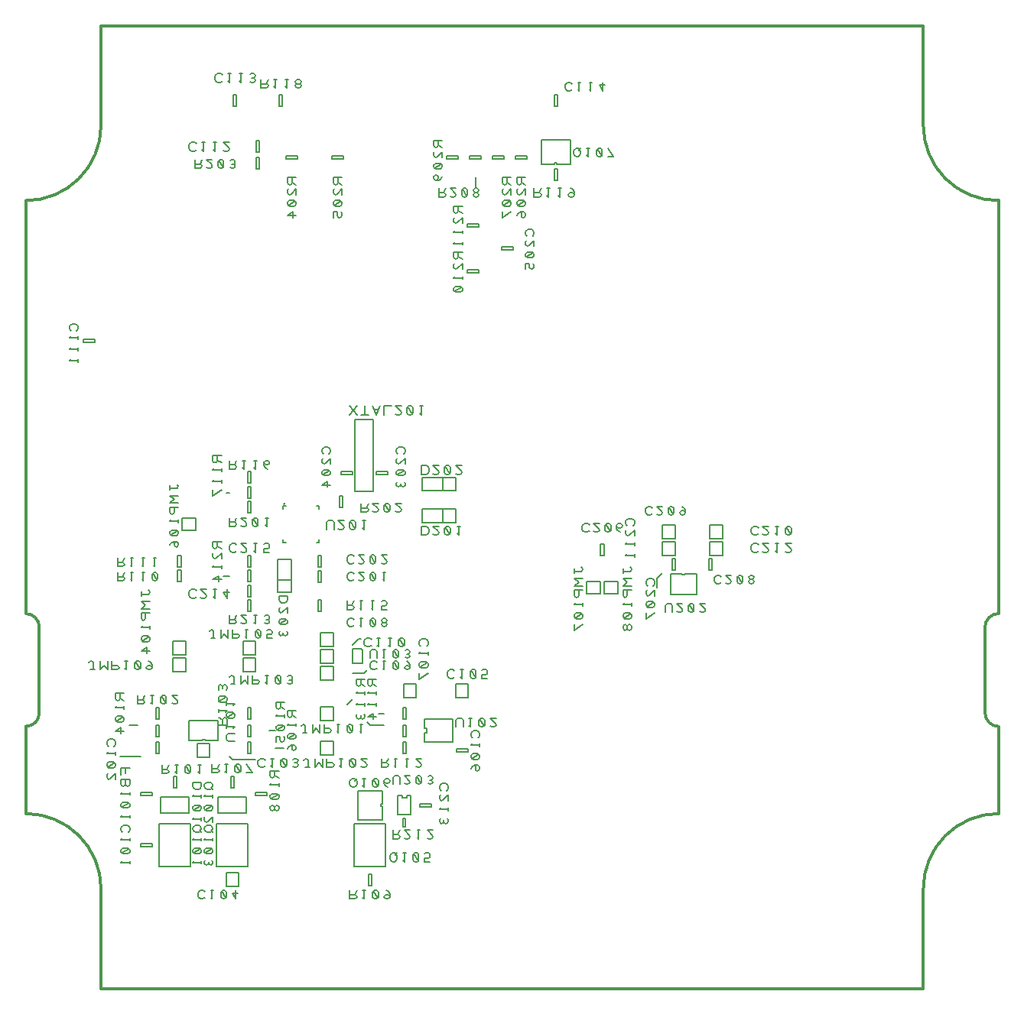
<source format=gbr>
G04 EasyPC Gerber Version 21.0.3 Build 4286 *
G04 #@! TF.Part,Single*
G04 #@! TF.FileFunction,Legend,Bot *
G04 #@! TF.FilePolarity,Positive *
%FSLAX35Y35*%
%MOIN*%
%ADD13C,0.00500*%
%ADD10C,0.01200*%
X0Y0D02*
D02*
D10*
X418710Y123434D02*
Y160835D01*
G75*
G02X424616Y166741I5906*
G01*
Y346899*
G75*
G02X391820Y379694J32795*
G01*
Y423198*
X33395*
X33395Y379694*
G75*
G02X600Y346898I-32795*
G01*
Y166741*
G75*
G02X6506Y160836J-5906*
G01*
Y123434*
G75*
G02X600Y117529I-5906*
G01*
Y79497*
G75*
G02X33395Y46702J-32795*
G01*
Y3198*
X391820*
Y46702*
G75*
G02X424616Y79497I32795*
G01*
Y117529*
G75*
G02X418710Y123434J5905*
G01*
D02*
D13*
X22787Y290073D02*
X23100Y290385D01*
X23413Y291011*
Y291948*
X23100Y292573*
X22787Y292885*
X22163Y293198*
X20913*
X20287Y292885*
X19975Y292573*
X19663Y291948*
Y291011*
X19975Y290385*
X20287Y290073*
X23413Y287573D02*
Y286323D01*
Y286948D02*
X19663D01*
X20287Y287573*
X23413Y282573D02*
Y281323D01*
Y281948D02*
X19663D01*
X20287Y282573*
X23413Y277573D02*
Y276323D01*
Y276948D02*
X19663D01*
X20287Y277573*
X28100Y145385D02*
X28413Y145698D01*
X29037Y146011*
X29663Y145698*
X29975Y145385*
Y142261*
X30600*
X29975D02*
X28725D01*
X33100Y146011D02*
Y142261D01*
X34663Y144135*
X36225Y142261*
Y146011*
X38100D02*
Y142261D01*
X40287*
X40913Y142573*
X41225Y143198*
X40913Y143823*
X40287Y144135*
X38100*
X43725Y146011D02*
X44975D01*
X44350D02*
Y142261D01*
X43725Y142885*
X48413Y145698D02*
X49037Y146011D01*
X49663*
X50287Y145698*
X50600Y145073*
Y143198*
X50287Y142573*
X49663Y142261*
X49037*
X48413Y142573*
X48100Y143198*
Y145073*
X48413Y145698*
X50287Y142573*
X54037Y146011D02*
X54663Y145698D01*
X55287Y145073*
X55600Y144135*
Y143198*
X55287Y142573*
X54663Y142261*
X54037*
X53413Y142573*
X53100Y143198*
X53413Y143823*
X54037Y144135*
X54663*
X55287Y143823*
X55600Y143198*
X30600Y286398D02*
Y284998D01*
X25600*
Y286398*
X30600*
X39037Y108823D02*
X39350Y109135D01*
X39663Y109761*
Y110698*
X39350Y111323*
X39037Y111635*
X38413Y111948*
X37163*
X36537Y111635*
X36225Y111323*
X35913Y110698*
Y109761*
X36225Y109135*
X36537Y108823*
X39663Y106323D02*
Y105073D01*
Y105698D02*
X35913D01*
X36537Y106323*
X39350Y101635D02*
X39663Y101011D01*
Y100385*
X39350Y99761*
X38725Y99448*
X36850*
X36225Y99761*
X35913Y100385*
Y101011*
X36225Y101635*
X36850Y101948*
X38725*
X39350Y101635*
X36225Y99761*
X39663Y94448D02*
Y96948D01*
X37475Y94761*
X36850Y94448*
X36225Y94761*
X35913Y95385*
Y96323*
X36225Y96948*
X40600Y184761D02*
Y181011D01*
X42787*
X43413Y181323*
X43725Y181948*
X43413Y182573*
X42787Y182885*
X40600*
X42787D02*
X43725Y184761D01*
X46225D02*
X47475D01*
X46850D02*
Y181011D01*
X46225Y181635*
X51225Y184761D02*
X52475D01*
X51850D02*
Y181011D01*
X51225Y181635*
X55913Y184448D02*
X56537Y184761D01*
X57163*
X57787Y184448*
X58100Y183823*
Y181948*
X57787Y181323*
X57163Y181011*
X56537*
X55913Y181323*
X55600Y181948*
Y183823*
X55913Y184448*
X57787Y181323*
X40600Y191011D02*
Y187261D01*
X42787*
X43413Y187573*
X43725Y188198*
X43413Y188823*
X42787Y189135*
X40600*
X42787D02*
X43725Y191011D01*
X46225D02*
X47475D01*
X46850D02*
Y187261D01*
X46225Y187885*
X51225Y191011D02*
X52475D01*
X51850D02*
Y187261D01*
X51225Y187885*
X56225Y191011D02*
X57475D01*
X56850D02*
Y187261D01*
X56225Y187885*
X41850Y104448D02*
X50600D01*
X43413Y131948D02*
X39663D01*
Y129761*
X39975Y129135*
X40600Y128823*
X41225Y129135*
X41537Y129761*
Y131948*
Y129761D02*
X43413Y128823D01*
Y126323D02*
Y125073D01*
Y125698D02*
X39663D01*
X40287Y126323*
X43100Y121635D02*
X43413Y121011D01*
Y120385*
X43100Y119761*
X42475Y119448*
X40600*
X39975Y119761*
X39663Y120385*
Y121011*
X39975Y121635*
X40600Y121948*
X42475*
X43100Y121635*
X39975Y119761*
X43413Y115385D02*
X39663D01*
X42163Y116948*
Y114448*
X45600Y118198D02*
X49350D01*
X45287Y71323D02*
X45600Y71635D01*
X45913Y72261*
Y73198*
X45600Y73823*
X45287Y74135*
X44663Y74448*
X43413*
X42787Y74135*
X42475Y73823*
X42163Y73198*
Y72261*
X42475Y71635*
X42787Y71323*
X45913Y68823D02*
Y67573D01*
Y68198D02*
X42163D01*
X42787Y68823*
X45600Y64135D02*
X45913Y63511D01*
Y62885*
X45600Y62261*
X44975Y61948*
X43100*
X42475Y62261*
X42163Y62885*
Y63511*
X42475Y64135*
X43100Y64448*
X44975*
X45600Y64135*
X42475Y62261*
X45913Y58823D02*
Y57573D01*
Y58198D02*
X42163D01*
X42787Y58823*
X45913Y99448D02*
X42163D01*
Y96323*
X44037Y96948D02*
Y99448D01*
Y92261D02*
X44350Y91635D01*
X44975Y91323*
X45600Y91635*
X45913Y92261*
Y94448*
X42163*
Y92261*
X42475Y91635*
X43100Y91323*
X43725Y91635*
X44037Y92261*
Y94448*
X45913Y88823D02*
Y87573D01*
Y88198D02*
X42163D01*
X42787Y88823*
X45600Y84135D02*
X45913Y83511D01*
Y82885*
X45600Y82261*
X44975Y81948*
X43100*
X42475Y82261*
X42163Y82885*
Y83511*
X42475Y84135*
X43100Y84448*
X44975*
X45600Y84135*
X42475Y82261*
X45913Y78823D02*
Y77573D01*
Y78198D02*
X42163D01*
X42787Y78823*
X49350Y131011D02*
Y127261D01*
X51537*
X52163Y127573*
X52475Y128198*
X52163Y128823*
X51537Y129135*
X49350*
X51537D02*
X52475Y131011D01*
X54975D02*
X56225D01*
X55600D02*
Y127261D01*
X54975Y127885*
X59663Y130698D02*
X60287Y131011D01*
X60913*
X61537Y130698*
X61850Y130073*
Y128198*
X61537Y127573*
X60913Y127261*
X60287*
X59663Y127573*
X59350Y128198*
Y130073*
X59663Y130698*
X61537Y127573*
X66850Y131011D02*
X64350D01*
X66537Y128823*
X66850Y128198*
X66537Y127573*
X65913Y127261*
X64975*
X64350Y127573*
X50600Y64998D02*
Y66398D01*
X55600*
Y64998*
X50600*
Y87498D02*
Y88898D01*
X55600*
Y87498*
X50600*
X54037Y176948D02*
X54350Y176635D01*
X54663Y176011*
X54350Y175385*
X54037Y175073*
X50913*
Y174448*
Y175073D02*
Y176323D01*
X54663Y171948D02*
X50913D01*
X52787Y170385*
X50913Y168823*
X54663*
Y166948D02*
X50913D01*
Y164761*
X51225Y164135*
X51850Y163823*
X52475Y164135*
X52787Y164761*
Y166948*
X54663Y161323D02*
Y160073D01*
Y160698D02*
X50913D01*
X51537Y161323*
X54350Y156635D02*
X54663Y156011D01*
Y155385*
X54350Y154761*
X53725Y154448*
X51850*
X51225Y154761*
X50913Y155385*
Y156011*
X51225Y156635*
X51850Y156948*
X53725*
X54350Y156635*
X51225Y154761*
X54663Y150385D02*
X50913D01*
X53413Y151948*
Y149448*
X57400Y110698D02*
X58800D01*
Y105698*
X57400*
Y110698*
Y118198D02*
X58800D01*
Y113198*
X57400*
Y118198*
Y125698D02*
X58800D01*
Y120698*
X57400*
Y125698*
X58754Y75163D02*
X72446D01*
Y56233*
X58754*
Y75163*
X60000Y100711D02*
Y96961D01*
X62187*
X62813Y97273*
X63125Y97898*
X62813Y98523*
X62187Y98835*
X60000*
X62187D02*
X63125Y100711D01*
X65625D02*
X66875D01*
X66250D02*
Y96961D01*
X65625Y97585*
X70313Y100398D02*
X70937Y100711D01*
X71563*
X72187Y100398*
X72500Y99773*
Y97898*
X72187Y97273*
X71563Y96961*
X70937*
X70313Y97273*
X70000Y97898*
Y99773*
X70313Y100398*
X72187Y97273*
X75625Y100711D02*
X76875D01*
X76250D02*
Y96961D01*
X75625Y97585*
X64825Y147498D02*
X70225D01*
Y141498*
X64825*
Y147498*
Y154898D02*
X70225D01*
Y148898*
X64825*
Y154898*
X64900Y95698D02*
X66300D01*
Y90698*
X64900*
Y95698*
X66537Y223198D02*
X66850Y222885D01*
X67163Y222261*
X66850Y221635*
X66537Y221323*
X63413*
Y220698*
Y221323D02*
Y222573D01*
X67163Y218198D02*
X63413D01*
X65287Y216635*
X63413Y215073*
X67163*
Y213198D02*
X63413D01*
Y211011*
X63725Y210385*
X64350Y210073*
X64975Y210385*
X65287Y211011*
Y213198*
X67163Y207573D02*
Y206323D01*
Y206948D02*
X63413D01*
X64037Y207573*
X66850Y202885D02*
X67163Y202261D01*
Y201635*
X66850Y201011*
X66225Y200698*
X64350*
X63725Y201011*
X63413Y201635*
Y202261*
X63725Y202885*
X64350Y203198*
X66225*
X66850Y202885*
X63725Y201011*
X66225Y198198D02*
X65600Y197885D01*
X65287Y197261*
Y196635*
X65600Y196011*
X66225Y195698*
X66850Y196011*
X67163Y196635*
Y197261*
X66850Y197885*
X66225Y198198*
X65287*
X64350Y197885*
X63725Y197261*
X63413Y196635*
X68225Y180698D02*
X66825D01*
Y185698*
X68225*
Y180698*
Y187198D02*
X66825D01*
Y192198*
X68225*
Y187198*
X71702Y86741D02*
X59498D01*
Y79655*
X71702*
Y86741*
X74975Y176635D02*
X74663Y176948D01*
X74037Y177261*
X73100*
X72475Y176948*
X72163Y176635*
X71850Y176011*
Y174761*
X72163Y174135*
X72475Y173823*
X73100Y173511*
X74037*
X74663Y173823*
X74975Y174135*
X79350Y177261D02*
X76850D01*
X79037Y175073*
X79350Y174448*
X79037Y173823*
X78413Y173511*
X77475*
X76850Y173823*
X82475Y177261D02*
X83725D01*
X83100D02*
Y173511D01*
X82475Y174135*
X88413Y177261D02*
Y173511D01*
X86850Y176011*
X89350*
X74975Y371635D02*
X74663Y371948D01*
X74037Y372261*
X73100*
X72475Y371948*
X72163Y371635*
X71850Y371011*
Y369761*
X72163Y369135*
X72475Y368823*
X73100Y368511*
X74037*
X74663Y368823*
X74975Y369135*
X77475Y372261D02*
X78725D01*
X78100D02*
Y368511D01*
X77475Y369135*
X82475Y372261D02*
X83725D01*
X83100D02*
Y368511D01*
X82475Y369135*
X89350Y372261D02*
X86850D01*
X89037Y370073*
X89350Y369448*
X89037Y368823*
X88413Y368511*
X87475*
X86850Y368823*
X74350Y364761D02*
Y361011D01*
X76537*
X77163Y361323*
X77475Y361948*
X77163Y362573*
X76537Y362885*
X74350*
X76537D02*
X77475Y364761D01*
X81850D02*
X79350D01*
X81537Y362573*
X81850Y361948*
X81537Y361323*
X80913Y361011*
X79975*
X79350Y361323*
X84663Y364448D02*
X85287Y364761D01*
X85913*
X86537Y364448*
X86850Y363823*
Y361948*
X86537Y361323*
X85913Y361011*
X85287*
X84663Y361323*
X84350Y361948*
Y363823*
X84663Y364448*
X86537Y361323*
X89663Y364448D02*
X90287Y364761D01*
X90913*
X91537Y364448*
X91850Y363823*
X91537Y363198*
X90913Y362885*
X90287*
X90913D02*
X91537Y362573D01*
X91850Y361948*
X91537Y361323*
X90913Y361011*
X90287*
X89663Y361323*
X74850Y208398D02*
Y202998D01*
X68850*
Y208398*
X74850*
X75400Y110158D02*
X80800D01*
Y104158*
X75400*
Y110158*
X78725Y45385D02*
X78413Y45698D01*
X77787Y46011*
X76850*
X76225Y45698*
X75913Y45385*
X75600Y44761*
Y43511*
X75913Y42885*
X76225Y42573*
X76850Y42261*
X77787*
X78413Y42573*
X78725Y42885*
X81225Y46011D02*
X82475D01*
X81850D02*
Y42261D01*
X81225Y42885*
X85913Y45698D02*
X86537Y46011D01*
X87163*
X87787Y45698*
X88100Y45073*
Y43198*
X87787Y42573*
X87163Y42261*
X86537*
X85913Y42573*
X85600Y43198*
Y45073*
X85913Y45698*
X87787Y42573*
X92163Y46011D02*
Y42261D01*
X90600Y44761*
X93100*
X75913Y74448D02*
X74663D01*
X74037Y74135*
X73725Y73823*
X73413Y73198*
Y72573*
X73725Y71948*
X74037Y71635*
X74663Y71323*
X75913*
X76537Y71635*
X76850Y71948*
X77163Y72573*
Y73198*
X76850Y73823*
X76537Y74135*
X75913Y74448*
X76225Y72261D02*
X77163Y71323D01*
Y68823D02*
Y67573D01*
Y68198D02*
X73413D01*
X74037Y68823*
X76850Y64135D02*
X77163Y63511D01*
Y62885*
X76850Y62261*
X76225Y61948*
X74350*
X73725Y62261*
X73413Y62885*
Y63511*
X73725Y64135*
X74350Y64448*
X76225*
X76850Y64135*
X73725Y62261*
X77163Y58823D02*
Y57573D01*
Y58198D02*
X73413D01*
X74037Y58823*
X77163Y93198D02*
X73413D01*
Y91323*
X73725Y90698*
X74037Y90385*
X74663Y90073*
X75913*
X76537Y90385*
X76850Y90698*
X77163Y91323*
Y93198*
Y87573D02*
Y86323D01*
Y86948D02*
X73413D01*
X74037Y87573*
X76850Y82885D02*
X77163Y82261D01*
Y81635*
X76850Y81011*
X76225Y80698*
X74350*
X73725Y81011*
X73413Y81635*
Y82261*
X73725Y82885*
X74350Y83198*
X76225*
X76850Y82885*
X73725Y81011*
X77163Y77573D02*
Y76323D01*
Y76948D02*
X73413D01*
X74037Y77573*
X80600Y159135D02*
X80913Y159448D01*
X81537Y159761*
X82163Y159448*
X82475Y159135*
Y156011*
X83100*
X82475D02*
X81225D01*
X85600Y159761D02*
Y156011D01*
X87163Y157885*
X88725Y156011*
Y159761*
X90600D02*
Y156011D01*
X92787*
X93413Y156323*
X93725Y156948*
X93413Y157573*
X92787Y157885*
X90600*
X96225Y159761D02*
X97475D01*
X96850D02*
Y156011D01*
X96225Y156635*
X100913Y159448D02*
X101537Y159761D01*
X102163*
X102787Y159448*
X103100Y158823*
Y156948*
X102787Y156323*
X102163Y156011*
X101537*
X100913Y156323*
X100600Y156948*
Y158823*
X100913Y159448*
X102787Y156323*
X105600Y159448D02*
X106225Y159761D01*
X107163*
X107787Y159448*
X108100Y158823*
Y158511*
X107787Y157885*
X107163Y157573*
X105600*
Y156011*
X108100*
X81850Y101011D02*
Y97261D01*
X84037*
X84663Y97573*
X84975Y98198*
X84663Y98823*
X84037Y99135*
X81850*
X84037D02*
X84975Y101011D01*
X87475D02*
X88725D01*
X88100D02*
Y97261D01*
X87475Y97885*
X92163Y100698D02*
X92787Y101011D01*
X93413*
X94037Y100698*
X94350Y100073*
Y98198*
X94037Y97573*
X93413Y97261*
X92787*
X92163Y97573*
X91850Y98198*
Y100073*
X92163Y100698*
X94037Y97573*
X96850Y101011D02*
X99350Y97261D01*
X96850*
X80913Y74448D02*
X79663D01*
X79037Y74135*
X78725Y73823*
X78413Y73198*
Y72573*
X78725Y71948*
X79037Y71635*
X79663Y71323*
X80913*
X81537Y71635*
X81850Y71948*
X82163Y72573*
Y73198*
X81850Y73823*
X81537Y74135*
X80913Y74448*
X81225Y72261D02*
X82163Y71323D01*
Y68823D02*
Y67573D01*
Y68198D02*
X78413D01*
X79037Y68823*
X81850Y64135D02*
X82163Y63511D01*
Y62885*
X81850Y62261*
X81225Y61948*
X79350*
X78725Y62261*
X78413Y62885*
Y63511*
X78725Y64135*
X79350Y64448*
X81225*
X81850Y64135*
X78725Y62261*
X81850Y59135D02*
X82163Y58511D01*
Y57885*
X81850Y57261*
X81225Y56948*
X80600Y57261*
X80287Y57885*
Y58511*
Y57885D02*
X79975Y57261D01*
X79350Y56948*
X78725Y57261*
X78413Y57885*
Y58511*
X78725Y59135*
X80913Y93198D02*
X79663D01*
X79037Y92885*
X78725Y92573*
X78413Y91948*
Y91323*
X78725Y90698*
X79037Y90385*
X79663Y90073*
X80913*
X81537Y90385*
X81850Y90698*
X82163Y91323*
Y91948*
X81850Y92573*
X81537Y92885*
X80913Y93198*
X81225Y91011D02*
X82163Y90073D01*
Y87573D02*
Y86323D01*
Y86948D02*
X78413D01*
X79037Y87573*
X81850Y82885D02*
X82163Y82261D01*
Y81635*
X81850Y81011*
X81225Y80698*
X79350*
X78725Y81011*
X78413Y81635*
Y82261*
X78725Y82885*
X79350Y83198*
X81225*
X81850Y82885*
X78725Y81011*
X82163Y75698D02*
Y78198D01*
X79975Y76011*
X79350Y75698*
X78725Y76011*
X78413Y76635*
Y77573*
X78725Y78198*
X86225Y401635D02*
X85913Y401948D01*
X85287Y402261*
X84350*
X83725Y401948*
X83413Y401635*
X83100Y401011*
Y399761*
X83413Y399135*
X83725Y398823*
X84350Y398511*
X85287*
X85913Y398823*
X86225Y399135*
X88725Y402261D02*
X89975D01*
X89350D02*
Y398511D01*
X88725Y399135*
X93725Y402261D02*
X94975D01*
X94350D02*
Y398511D01*
X93725Y399135*
X98413Y401948D02*
X99037Y402261D01*
X99663*
X100287Y401948*
X100600Y401323*
X100287Y400698*
X99663Y400385*
X99037*
X99663D02*
X100287Y400073D01*
X100600Y399448*
X100287Y398823*
X99663Y398511*
X99037*
X98413Y398823*
X84537Y118198D02*
X88287D01*
Y120385*
X87975Y121011*
X87350Y121323*
X86725Y121011*
X86413Y120385*
Y118198*
Y120385D02*
X84537Y121323D01*
Y123823D02*
Y125073D01*
Y124448D02*
X88287D01*
X87663Y123823*
X84850Y128511D02*
X84537Y129135D01*
Y129761*
X84850Y130385*
X85475Y130698*
X87350*
X87975Y130385*
X88287Y129761*
Y129135*
X87975Y128511*
X87350Y128198*
X85475*
X84850Y128511*
X87975Y130385*
X84850Y133511D02*
X84537Y134135D01*
Y134761*
X84850Y135385*
X85475Y135698*
X86100Y135385*
X86413Y134761*
Y134135*
Y134761D02*
X86725Y135385D01*
X87350Y135698*
X87975Y135385*
X88287Y134761*
Y134135*
X87975Y133511*
X83754Y75163D02*
X97446D01*
Y56233*
X83754*
Y75163*
X84399Y111308D02*
Y120088D01*
X71801*
Y111308*
X77313*
Y111702*
X78887*
Y111308*
X84399*
X86850Y183198D02*
X89350D01*
X85913Y198198D02*
X82163D01*
Y196011*
X82475Y195385*
X83100Y195073*
X83725Y195385*
X84037Y196011*
Y198198*
Y196011D02*
X85913Y195073D01*
Y190698D02*
Y193198D01*
X83725Y191011*
X83100Y190698*
X82475Y191011*
X82163Y191635*
Y192573*
X82475Y193198*
X85913Y187573D02*
Y186323D01*
Y186948D02*
X82163D01*
X82787Y187573*
X85913Y181635D02*
X82163D01*
X84663Y183198*
Y180698*
X85913Y235698D02*
X82163D01*
Y233511*
X82475Y232885*
X83100Y232573*
X83725Y232885*
X84037Y233511*
Y235698*
Y233511D02*
X85913Y232573D01*
Y230073D02*
Y228823D01*
Y229448D02*
X82163D01*
X82787Y230073*
X85913Y225073D02*
Y223823D01*
Y224448D02*
X82163D01*
X82787Y225073*
X85913Y220698D02*
X82163Y218198D01*
Y220698*
X91783Y111111D02*
X88971D01*
X88346Y111424*
X88033Y112049*
Y113299*
X88346Y113924*
X88971Y114237*
X91783*
X88033Y116737D02*
Y117987D01*
Y117361D02*
X91783D01*
X91159Y116737*
X88346Y121424D02*
X88033Y122049D01*
Y122674*
X88346Y123299*
X88971Y123611*
X90846*
X91471Y123299*
X91783Y122674*
Y122049*
X91471Y121424*
X90846Y121111*
X88971*
X88346Y121424*
X91471Y123299*
X88033Y126737D02*
Y127987D01*
Y127361D02*
X91783D01*
X91159Y126737*
X88100Y219448D02*
X89350D01*
Y139135D02*
X89663Y139448D01*
X90287Y139761*
X90913Y139448*
X91225Y139135*
Y136011*
X91850*
X91225D02*
X89975D01*
X94350Y139761D02*
Y136011D01*
X95913Y137885*
X97475Y136011*
Y139761*
X99350D02*
Y136011D01*
X101537*
X102163Y136323*
X102475Y136948*
X102163Y137573*
X101537Y137885*
X99350*
X104975Y139761D02*
X106225D01*
X105600D02*
Y136011D01*
X104975Y136635*
X109663Y139448D02*
X110287Y139761D01*
X110913*
X111537Y139448*
X111850Y138823*
Y136948*
X111537Y136323*
X110913Y136011*
X110287*
X109663Y136323*
X109350Y136948*
Y138823*
X109663Y139448*
X111537Y136323*
X114663Y139448D02*
X115287Y139761D01*
X115913*
X116537Y139448*
X116850Y138823*
X116537Y138198*
X115913Y137885*
X115287*
X115913D02*
X116537Y137573D01*
X116850Y136948*
X116537Y136323*
X115913Y136011*
X115287*
X114663Y136323*
X89350Y166011D02*
Y162261D01*
X91537*
X92163Y162573*
X92475Y163198*
X92163Y163823*
X91537Y164135*
X89350*
X91537D02*
X92475Y166011D01*
X96850D02*
X94350D01*
X96537Y163823*
X96850Y163198*
X96537Y162573*
X95913Y162261*
X94975*
X94350Y162573*
X99975Y166011D02*
X101225D01*
X100600D02*
Y162261D01*
X99975Y162885*
X104663Y165698D02*
X105287Y166011D01*
X105913*
X106537Y165698*
X106850Y165073*
X106537Y164448*
X105913Y164135*
X105287*
X105913D02*
X106537Y163823D01*
X106850Y163198*
X106537Y162573*
X105913Y162261*
X105287*
X104663Y162573*
X92475Y196635D02*
X92163Y196948D01*
X91537Y197261*
X90600*
X89975Y196948*
X89663Y196635*
X89350Y196011*
Y194761*
X89663Y194135*
X89975Y193823*
X90600Y193511*
X91537*
X92163Y193823*
X92475Y194135*
X96850Y197261D02*
X94350D01*
X96537Y195073*
X96850Y194448*
X96537Y193823*
X95913Y193511*
X94975*
X94350Y193823*
X99975Y197261D02*
X101225D01*
X100600D02*
Y193511D01*
X99975Y194135*
X104350Y196948D02*
X104975Y197261D01*
X105913*
X106537Y196948*
X106850Y196323*
Y196011*
X106537Y195385*
X105913Y195073*
X104350*
Y193511*
X106850*
X89350Y208511D02*
Y204761D01*
X91537*
X92163Y205073*
X92475Y205698*
X92163Y206323*
X91537Y206635*
X89350*
X91537D02*
X92475Y208511D01*
X96850D02*
X94350D01*
X96537Y206323*
X96850Y205698*
X96537Y205073*
X95913Y204761*
X94975*
X94350Y205073*
X99663Y208198D02*
X100287Y208511D01*
X100913*
X101537Y208198*
X101850Y207573*
Y205698*
X101537Y205073*
X100913Y204761*
X100287*
X99663Y205073*
X99350Y205698*
Y207573*
X99663Y208198*
X101537Y205073*
X104975Y208511D02*
X106225D01*
X105600D02*
Y204761D01*
X104975Y205385*
X89350Y233511D02*
Y229761D01*
X91537*
X92163Y230073*
X92475Y230698*
X92163Y231323*
X91537Y231635*
X89350*
X91537D02*
X92475Y233511D01*
X94975D02*
X96225D01*
X95600D02*
Y229761D01*
X94975Y230385*
X99975Y233511D02*
X101225D01*
X100600D02*
Y229761D01*
X99975Y230385*
X104350Y232573D02*
X104663Y231948D01*
X105287Y231635*
X105913*
X106537Y231948*
X106850Y232573*
X106537Y233198*
X105913Y233511*
X105287*
X104663Y233198*
X104350Y232573*
Y231635*
X104663Y230698*
X105287Y230073*
X105913Y229761*
X91300Y90698D02*
X89900D01*
Y95698*
X91300*
Y90698*
X92370Y388198D02*
X90970D01*
Y393198*
X92370*
Y388198*
X93300Y47698D02*
X87900D01*
Y53698*
X93300*
Y47698*
X95400Y147498D02*
X100800D01*
Y141498*
X95400*
Y147498*
Y154898D02*
X100800D01*
Y148898*
X95400*
Y154898*
X96702Y86741D02*
X84498D01*
Y79655*
X96702*
Y86741*
X97400Y172698D02*
X98800D01*
Y167698*
X97400*
Y172698*
Y192198D02*
X98800D01*
Y187198*
X97400*
Y192198*
X98800Y105698D02*
X97400D01*
Y110698*
X98800*
Y105698*
Y113198D02*
X97400D01*
Y118198*
X98800*
Y113198*
Y120698D02*
X97400D01*
Y125698*
X98800*
Y120698*
Y174198D02*
X97400D01*
Y179198*
X98800*
Y174198*
Y180698D02*
X97400D01*
Y185698*
X98800*
Y180698*
Y210698D02*
X97400D01*
Y215698*
X98800*
Y210698*
Y217198D02*
X97400D01*
Y222198*
X98800*
Y217198*
Y223698D02*
X97400D01*
Y228698*
X98800*
Y223698*
X100600Y103198D02*
X90600D01*
X89350Y104448*
X104975Y102885D02*
X104663Y103198D01*
X104037Y103511*
X103100*
X102475Y103198*
X102163Y102885*
X101850Y102261*
Y101011*
X102163Y100385*
X102475Y100073*
X103100Y99761*
X104037*
X104663Y100073*
X104975Y100385*
X107475Y103511D02*
X108725D01*
X108100D02*
Y99761D01*
X107475Y100385*
X112163Y103198D02*
X112787Y103511D01*
X113413*
X114037Y103198*
X114350Y102573*
Y100698*
X114037Y100073*
X113413Y99761*
X112787*
X112163Y100073*
X111850Y100698*
Y102573*
X112163Y103198*
X114037Y100073*
X117163Y103198D02*
X117787Y103511D01*
X118413*
X119037Y103198*
X119350Y102573*
X119037Y101948*
X118413Y101635*
X117787*
X118413D02*
X119037Y101323D01*
X119350Y100698*
X119037Y100073*
X118413Y99761*
X117787*
X117163Y100073*
X102370Y360698D02*
X100970D01*
Y365698*
X102370*
Y360698*
Y368198D02*
X100970D01*
Y373198*
X102370*
Y368198*
X103100Y399761D02*
Y396011D01*
X105287*
X105913Y396323*
X106225Y396948*
X105913Y397573*
X105287Y397885*
X103100*
X105287D02*
X106225Y399761D01*
X108725D02*
X109975D01*
X109350D02*
Y396011D01*
X108725Y396635*
X113725Y399761D02*
X114975D01*
X114350D02*
Y396011D01*
X113725Y396635*
X119037Y397885D02*
X119663D01*
X120287Y397573*
X120600Y396948*
X120287Y396323*
X119663Y396011*
X119037*
X118413Y396323*
X118100Y396948*
X118413Y397573*
X119037Y397885*
X118413Y398198*
X118100Y398823*
X118413Y399448*
X119037Y399761*
X119663*
X120287Y399448*
X120600Y398823*
X120287Y398198*
X119663Y397885*
X105600Y88898D02*
Y87498D01*
X100600*
Y88898*
X105600*
X109350Y115698D02*
X106850D01*
X110435Y175915D02*
Y190481D01*
X116340*
Y175915*
X110435*
X110913Y98198D02*
X107163D01*
Y96011*
X107475Y95385*
X108100Y95073*
X108725Y95385*
X109037Y96011*
Y98198*
Y96011D02*
X110913Y95073D01*
Y92573D02*
Y91323D01*
Y91948D02*
X107163D01*
X107787Y92573*
X110600Y87885D02*
X110913Y87261D01*
Y86635*
X110600Y86011*
X109975Y85698*
X108100*
X107475Y86011*
X107163Y86635*
Y87261*
X107475Y87885*
X108100Y88198*
X109975*
X110600Y87885*
X107475Y86011*
X109037Y82261D02*
Y81635D01*
X108725Y81011*
X108100Y80698*
X107475Y81011*
X107163Y81635*
Y82261*
X107475Y82885*
X108100Y83198*
X108725Y82885*
X109037Y82261*
X109350Y82885*
X109975Y83198*
X110600Y82885*
X110913Y82261*
Y81635*
X110600Y81011*
X109975Y80698*
X109350Y81011*
X109037Y81635*
X112370Y388198D02*
X110970D01*
Y393198*
X112370*
Y388198*
X112726Y199005D02*
Y197824D01*
X113907*
X113100Y108198D02*
X109350D01*
X113317Y214950D02*
G75*
G02Y214399J-276D01*
G01*
G75*
G02Y214950J276*
G01*
G36*
G75*
G02Y214399J-276*
G01*
G75*
G02Y214950J276*
G01*
G37*
X113907Y213572D02*
X112726D01*
Y212391*
X113413Y128198D02*
X109663D01*
Y126011*
X109975Y125385*
X110600Y125073*
X111225Y125385*
X111537Y126011*
Y128198*
Y126011D02*
X113413Y125073D01*
Y122573D02*
Y121323D01*
Y121948D02*
X109663D01*
X110287Y122573*
X113100Y117885D02*
X113413Y117261D01*
Y116635*
X113100Y116011*
X112475Y115698*
X110600*
X109975Y116011*
X109663Y116635*
Y117261*
X109975Y117885*
X110600Y118198*
X112475*
X113100Y117885*
X109975Y116011*
X113100Y113198D02*
X113413Y112573D01*
Y111635*
X113100Y111011*
X112475Y110698*
X112163*
X111537Y111011*
X111225Y111635*
Y113198*
X109663*
Y110698*
X114663Y174448D02*
X110913D01*
Y172573*
X111225Y171948*
X111537Y171635*
X112163Y171323*
X113413*
X114037Y171635*
X114350Y171948*
X114663Y172573*
Y174448*
Y166948D02*
Y169448D01*
X112475Y167261*
X111850Y166948*
X111225Y167261*
X110913Y167885*
Y168823*
X111225Y169448*
X114350Y164135D02*
X114663Y163511D01*
Y162885*
X114350Y162261*
X113725Y161948*
X111850*
X111225Y162261*
X110913Y162885*
Y163511*
X111225Y164135*
X111850Y164448*
X113725*
X114350Y164135*
X111225Y162261*
X114350Y159135D02*
X114663Y158511D01*
Y157885*
X114350Y157261*
X113725Y156948*
X113100Y157261*
X112787Y157885*
Y158511*
Y157885D02*
X112475Y157261D01*
X111850Y156948*
X111225Y157261*
X110913Y157885*
Y158511*
X111225Y159135*
X116163Y181446D02*
X110651D01*
X119170Y366398D02*
Y364998D01*
X114170*
Y366398*
X119170*
X118413Y124448D02*
X114663D01*
Y122261*
X114975Y121635*
X115600Y121323*
X116225Y121635*
X116537Y122261*
Y124448*
Y122261D02*
X118413Y121323D01*
Y118823D02*
Y117573D01*
Y118198D02*
X114663D01*
X115287Y118823*
X118100Y114135D02*
X118413Y113511D01*
Y112885*
X118100Y112261*
X117475Y111948*
X115600*
X114975Y112261*
X114663Y112885*
Y113511*
X114975Y114135*
X115600Y114448*
X117475*
X118100Y114135*
X114975Y112261*
X117475Y109448D02*
X116850Y109135D01*
X116537Y108511*
Y107885*
X116850Y107261*
X117475Y106948*
X118100Y107261*
X118413Y107885*
Y108511*
X118100Y109135*
X117475Y109448*
X116537*
X115600Y109135*
X114975Y108511*
X114663Y107885*
X118413Y356948D02*
X114663D01*
Y354761*
X114975Y354135*
X115600Y353823*
X116225Y354135*
X116537Y354761*
Y356948*
Y354761D02*
X118413Y353823D01*
Y349448D02*
Y351948D01*
X116225Y349761*
X115600Y349448*
X114975Y349761*
X114663Y350385*
Y351323*
X114975Y351948*
X118100Y346635D02*
X118413Y346011D01*
Y345385*
X118100Y344761*
X117475Y344448*
X115600*
X114975Y344761*
X114663Y345385*
Y346011*
X114975Y346635*
X115600Y346948*
X117475*
X118100Y346635*
X114975Y344761*
X118413Y340385D02*
X114663D01*
X117163Y341948*
Y339448*
X120600Y117885D02*
X120913Y118198D01*
X121537Y118511*
X122163Y118198*
X122475Y117885*
Y114761*
X123100*
X122475D02*
X121225D01*
X125600Y118511D02*
Y114761D01*
X127163Y116635*
X128725Y114761*
Y118511*
X130600D02*
Y114761D01*
X132787*
X133413Y115073*
X133725Y115698*
X133413Y116323*
X132787Y116635*
X130600*
X136225Y118511D02*
X137475D01*
X136850D02*
Y114761D01*
X136225Y115385*
X140913Y118198D02*
X141537Y118511D01*
X142163*
X142787Y118198*
X143100Y117573*
Y115698*
X142787Y115073*
X142163Y114761*
X141537*
X140913Y115073*
X140600Y115698*
Y117573*
X140913Y118198*
X142787Y115073*
X146225Y118511D02*
X147475D01*
X146850D02*
Y114761D01*
X146225Y115385*
X121850Y102885D02*
X122163Y103198D01*
X122787Y103511*
X123413Y103198*
X123725Y102885*
Y99761*
X124350*
X123725D02*
X122475D01*
X126850Y103511D02*
Y99761D01*
X128413Y101635*
X129975Y99761*
Y103511*
X131850D02*
Y99761D01*
X134037*
X134663Y100073*
X134975Y100698*
X134663Y101323*
X134037Y101635*
X131850*
X137475Y103511D02*
X138725D01*
X138100D02*
Y99761D01*
X137475Y100385*
X142163Y103198D02*
X142787Y103511D01*
X143413*
X144037Y103198*
X144350Y102573*
Y100698*
X144037Y100073*
X143413Y99761*
X142787*
X142163Y100073*
X141850Y100698*
Y102573*
X142163Y103198*
X144037Y100073*
X149350Y103511D02*
X146850D01*
X149037Y101323*
X149350Y100698*
X149037Y100073*
X148413Y99761*
X147475*
X146850Y100073*
X127293Y197824D02*
X128474D01*
Y199005*
Y212391D02*
Y213572D01*
X127293*
X129150Y111198D02*
X134550D01*
Y105198*
X129150*
Y111198*
Y126198D02*
X134550D01*
Y120198*
X129150*
Y126198*
Y143898D02*
X134550D01*
Y137898*
X129150*
Y143898*
Y151198D02*
X134550D01*
Y145198*
X129150*
Y151198*
Y158498D02*
X134550D01*
Y152498*
X129150*
Y158498*
X129375Y167698D02*
X127975D01*
Y172698*
X129375*
Y167698*
Y180499D02*
X127975D01*
Y185499*
X129375*
Y180499*
Y186999D02*
X127975D01*
Y191999*
X129375*
Y186999*
X131850Y203511D02*
Y206323D01*
X132163Y206948*
X132787Y207261*
X134037*
X134663Y206948*
X134975Y206323*
Y203511*
X139350Y207261D02*
X136850D01*
X139037Y205073*
X139350Y204448*
X139037Y203823*
X138413Y203511*
X137475*
X136850Y203823*
X142163Y206948D02*
X142787Y207261D01*
X143413*
X144037Y206948*
X144350Y206323*
Y204448*
X144037Y203823*
X143413Y203511*
X142787*
X142163Y203823*
X141850Y204448*
Y206323*
X142163Y206948*
X144037Y203823*
X147475Y207261D02*
X148725D01*
X148100D02*
Y203511D01*
X147475Y204135*
X132787Y236323D02*
X133100Y236635D01*
X133413Y237261*
Y238198*
X133100Y238823*
X132787Y239135*
X132163Y239448*
X130913*
X130287Y239135*
X129975Y238823*
X129663Y238198*
Y237261*
X129975Y236635*
X130287Y236323*
X133413Y231948D02*
Y234448D01*
X131225Y232261*
X130600Y231948*
X129975Y232261*
X129663Y232885*
Y233823*
X129975Y234448*
X133100Y229135D02*
X133413Y228511D01*
Y227885*
X133100Y227261*
X132475Y226948*
X130600*
X129975Y227261*
X129663Y227885*
Y228511*
X129975Y229135*
X130600Y229448*
X132475*
X133100Y229135*
X129975Y227261*
X133413Y222885D02*
X129663D01*
X132163Y224448*
Y221948*
X138800Y213198D02*
X137400D01*
Y218198*
X138800*
Y213198*
X139170Y366398D02*
Y364998D01*
X134170*
Y366398*
X139170*
X138413Y356948D02*
X134663D01*
Y354761*
X134975Y354135*
X135600Y353823*
X136225Y354135*
X136537Y354761*
Y356948*
Y354761D02*
X138413Y353823D01*
Y349448D02*
Y351948D01*
X136225Y349761*
X135600Y349448*
X134975Y349761*
X134663Y350385*
Y351323*
X134975Y351948*
X138100Y346635D02*
X138413Y346011D01*
Y345385*
X138100Y344761*
X137475Y344448*
X135600*
X134975Y344761*
X134663Y345385*
Y346011*
X134975Y346635*
X135600Y346948*
X137475*
X138100Y346635*
X134975Y344761*
X138100Y341948D02*
X138413Y341323D01*
Y340385*
X138100Y339761*
X137475Y339448*
X137163*
X136537Y339761*
X136225Y340385*
Y341948*
X134663*
Y339448*
X143725Y164135D02*
X143413Y164448D01*
X142787Y164761*
X141850*
X141225Y164448*
X140913Y164135*
X140600Y163511*
Y162261*
X140913Y161635*
X141225Y161323*
X141850Y161011*
X142787*
X143413Y161323*
X143725Y161635*
X146225Y164761D02*
X147475D01*
X146850D02*
Y161011D01*
X146225Y161635*
X150913Y164448D02*
X151537Y164761D01*
X152163*
X152787Y164448*
X153100Y163823*
Y161948*
X152787Y161323*
X152163Y161011*
X151537*
X150913Y161323*
X150600Y161948*
Y163823*
X150913Y164448*
X152787Y161323*
X156537Y162885D02*
X157163D01*
X157787Y162573*
X158100Y161948*
X157787Y161323*
X157163Y161011*
X156537*
X155913Y161323*
X155600Y161948*
X155913Y162573*
X156537Y162885*
X155913Y163198*
X155600Y163823*
X155913Y164448*
X156537Y164761*
X157163*
X157787Y164448*
X158100Y163823*
X157787Y163198*
X157163Y162885*
X140600Y172261D02*
Y168511D01*
X142787*
X143413Y168823*
X143725Y169448*
X143413Y170073*
X142787Y170385*
X140600*
X142787D02*
X143725Y172261D01*
X146225D02*
X147475D01*
X146850D02*
Y168511D01*
X146225Y169135*
X151225Y172261D02*
X152475D01*
X151850D02*
Y168511D01*
X151225Y169135*
X155600Y171948D02*
X156225Y172261D01*
X157163*
X157787Y171948*
X158100Y171323*
Y171011*
X157787Y170385*
X157163Y170073*
X155600*
Y168511*
X158100*
X143725Y184135D02*
X143413Y184448D01*
X142787Y184761*
X141850*
X141225Y184448*
X140913Y184135*
X140600Y183511*
Y182261*
X140913Y181635*
X141225Y181323*
X141850Y181011*
X142787*
X143413Y181323*
X143725Y181635*
X148100Y184761D02*
X145600D01*
X147787Y182573*
X148100Y181948*
X147787Y181323*
X147163Y181011*
X146225*
X145600Y181323*
X150913Y184448D02*
X151537Y184761D01*
X152163*
X152787Y184448*
X153100Y183823*
Y181948*
X152787Y181323*
X152163Y181011*
X151537*
X150913Y181323*
X150600Y181948*
Y183823*
X150913Y184448*
X152787Y181323*
X156225Y184761D02*
X157475D01*
X156850D02*
Y181011D01*
X156225Y181635*
X143725Y191635D02*
X143413Y191948D01*
X142787Y192261*
X141850*
X141225Y191948*
X140913Y191635*
X140600Y191011*
Y189761*
X140913Y189135*
X141225Y188823*
X141850Y188511*
X142787*
X143413Y188823*
X143725Y189135*
X148100Y192261D02*
X145600D01*
X147787Y190073*
X148100Y189448*
X147787Y188823*
X147163Y188511*
X146225*
X145600Y188823*
X150913Y191948D02*
X151537Y192261D01*
X152163*
X152787Y191948*
X153100Y191323*
Y189448*
X152787Y188823*
X152163Y188511*
X151537*
X150913Y188823*
X150600Y189448*
Y191323*
X150913Y191948*
X152787Y188823*
X158100Y192261D02*
X155600D01*
X157787Y190073*
X158100Y189448*
X157787Y188823*
X157163Y188511*
X156225*
X155600Y188823*
X141850Y46011D02*
Y42261D01*
X144037*
X144663Y42573*
X144975Y43198*
X144663Y43823*
X144037Y44135*
X141850*
X144037D02*
X144975Y46011D01*
X147475D02*
X148725D01*
X148100D02*
Y42261D01*
X147475Y42885*
X152163Y45698D02*
X152787Y46011D01*
X153413*
X154037Y45698*
X154350Y45073*
Y43198*
X154037Y42573*
X153413Y42261*
X152787*
X152163Y42573*
X151850Y43198*
Y45073*
X152163Y45698*
X154037Y42573*
X157787Y46011D02*
X158413Y45698D01*
X159037Y45073*
X159350Y44135*
Y43198*
X159037Y42573*
X158413Y42261*
X157787*
X157163Y42573*
X156850Y43198*
X157163Y43823*
X157787Y44135*
X158413*
X159037Y43823*
X159350Y43198*
X141850Y93511D02*
Y92261D01*
X142163Y91635*
X142475Y91323*
X143100Y91011*
X143725*
X144350Y91323*
X144663Y91635*
X144975Y92261*
Y93511*
X144663Y94135*
X144350Y94448*
X143725Y94761*
X143100*
X142475Y94448*
X142163Y94135*
X141850Y93511*
X144037Y93823D02*
X144975Y94761D01*
X147475D02*
X148725D01*
X148100D02*
Y91011D01*
X147475Y91635*
X152163Y94448D02*
X152787Y94761D01*
X153413*
X154037Y94448*
X154350Y93823*
Y91948*
X154037Y91323*
X153413Y91011*
X152787*
X152163Y91323*
X151850Y91948*
Y93823*
X152163Y94448*
X154037Y91323*
X156850Y93823D02*
X157163Y93198D01*
X157787Y92885*
X158413*
X159037Y93198*
X159350Y93823*
X159037Y94448*
X158413Y94761*
X157787*
X157163Y94448*
X156850Y93823*
Y92885*
X157163Y91948*
X157787Y91323*
X158413Y91011*
X141850Y257261D02*
X144975Y253511D01*
X141850D02*
X144975Y257261D01*
X148413D02*
Y253511D01*
X146850D02*
X149975D01*
X151850Y257261D02*
X153413Y253511D01*
X154975Y257261*
X152475Y255698D02*
X154350D01*
X156850Y253511D02*
Y257261D01*
X159975*
X164350D02*
X161850D01*
X164037Y255073*
X164350Y254448*
X164037Y253823*
X163413Y253511*
X162475*
X161850Y253823*
X167163Y256948D02*
X167787Y257261D01*
X168413*
X169037Y256948*
X169350Y256323*
Y254448*
X169037Y253823*
X168413Y253511*
X167787*
X167163Y253823*
X166850Y254448*
Y256323*
X167163Y256948*
X169037Y253823*
X172475Y257261D02*
X173725D01*
X173100D02*
Y253511D01*
X172475Y254135*
X142913Y228898D02*
Y227498D01*
X137913*
Y228898*
X142913*
X143100Y129448D02*
X140600Y126948D01*
X143100Y140698D02*
X148100D01*
X149350Y141948*
X144163Y219950D02*
Y251446D01*
X152037*
Y219950*
X144163*
X146603Y151403D02*
X142950D01*
Y144993*
X147391*
Y150615*
X146603Y151403*
X146850Y155698D02*
X145600D01*
X143100Y153198*
X146850Y214761D02*
Y211011D01*
X149037*
X149663Y211323*
X149975Y211948*
X149663Y212573*
X149037Y212885*
X146850*
X149037D02*
X149975Y214761D01*
X154350D02*
X151850D01*
X154037Y212573*
X154350Y211948*
X154037Y211323*
X153413Y211011*
X152475*
X151850Y211323*
X157163Y214448D02*
X157787Y214761D01*
X158413*
X159037Y214448*
X159350Y213823*
Y211948*
X159037Y211323*
X158413Y211011*
X157787*
X157163Y211323*
X156850Y211948*
Y213823*
X157163Y214448*
X159037Y211323*
X164350Y214761D02*
X161850D01*
X164037Y212573*
X164350Y211948*
X164037Y211323*
X163413Y211011*
X162475*
X161850Y211323*
X151225Y155385D02*
X150913Y155698D01*
X150287Y156011*
X149350*
X148725Y155698*
X148413Y155385*
X148100Y154761*
Y153511*
X148413Y152885*
X148725Y152573*
X149350Y152261*
X150287*
X150913Y152573*
X151225Y152885*
X153725Y156011D02*
X154975D01*
X154350D02*
Y152261D01*
X153725Y152885*
X158725Y156011D02*
X159975D01*
X159350D02*
Y152261D01*
X158725Y152885*
X163413Y155698D02*
X164037Y156011D01*
X164663*
X165287Y155698*
X165600Y155073*
Y153198*
X165287Y152573*
X164663Y152261*
X164037*
X163413Y152573*
X163100Y153198*
Y155073*
X163413Y155698*
X165287Y152573*
X149350Y119448D02*
X150600Y118198D01*
X156850*
X148413Y138198D02*
X144663D01*
Y136011*
X144975Y135385*
X145600Y135073*
X146225Y135385*
X146537Y136011*
Y138198*
Y136011D02*
X148413Y135073D01*
Y132573D02*
Y131323D01*
Y131948D02*
X144663D01*
X145287Y132573*
X148413Y127573D02*
Y126323D01*
Y126948D02*
X144663D01*
X145287Y127573*
X148100Y122885D02*
X148413Y122261D01*
Y121635*
X148100Y121011*
X147475Y120698*
X146850Y121011*
X146537Y121635*
Y122261*
Y121635D02*
X146225Y121011D01*
X145600Y120698*
X144975Y121011*
X144663Y121635*
Y122261*
X144975Y122885*
X149900Y53198D02*
X151300D01*
Y48198*
X149900*
Y53198*
X153725Y145385D02*
X153413Y145698D01*
X152787Y146011*
X151850*
X151225Y145698*
X150913Y145385*
X150600Y144761*
Y143511*
X150913Y142885*
X151225Y142573*
X151850Y142261*
X152787*
X153413Y142573*
X153725Y142885*
X156225Y146011D02*
X157475D01*
X156850D02*
Y142261D01*
X156225Y142885*
X160913Y145698D02*
X161537Y146011D01*
X162163*
X162787Y145698*
X163100Y145073*
Y143198*
X162787Y142573*
X162163Y142261*
X161537*
X160913Y142573*
X160600Y143198*
Y145073*
X160913Y145698*
X162787Y142573*
X166537Y146011D02*
X167163Y145698D01*
X167787Y145073*
X168100Y144135*
Y143198*
X167787Y142573*
X167163Y142261*
X166537*
X165913Y142573*
X165600Y143198*
X165913Y143823*
X166537Y144135*
X167163*
X167787Y143823*
X168100Y143198*
X150600Y147261D02*
Y150073D01*
X150913Y150698*
X151537Y151011*
X152787*
X153413Y150698*
X153725Y150073*
Y147261*
X156225Y151011D02*
X157475D01*
X156850D02*
Y147261D01*
X156225Y147885*
X160913Y150698D02*
X161537Y151011D01*
X162163*
X162787Y150698*
X163100Y150073*
Y148198*
X162787Y147573*
X162163Y147261*
X161537*
X160913Y147573*
X160600Y148198*
Y150073*
X160913Y150698*
X162787Y147573*
X165913Y150698D02*
X166537Y151011D01*
X167163*
X167787Y150698*
X168100Y150073*
X167787Y149448*
X167163Y149135*
X166537*
X167163D02*
X167787Y148823D01*
X168100Y148198*
X167787Y147573*
X167163Y147261*
X166537*
X165913Y147573*
X154350Y123198D02*
X156850D01*
X153413Y138198D02*
X149663D01*
Y136011*
X149975Y135385*
X150600Y135073*
X151225Y135385*
X151537Y136011*
Y138198*
Y136011D02*
X153413Y135073D01*
Y132573D02*
Y131323D01*
Y131948D02*
X149663D01*
X150287Y132573*
X153413Y127573D02*
Y126323D01*
Y126948D02*
X149663D01*
X150287Y127573*
X153413Y121635D02*
X149663D01*
X152163Y123198*
Y120698*
X155600Y103511D02*
Y99761D01*
X157787*
X158413Y100073*
X158725Y100698*
X158413Y101323*
X157787Y101635*
X155600*
X157787D02*
X158725Y103511D01*
X161225D02*
X162475D01*
X161850D02*
Y99761D01*
X161225Y100385*
X166225Y103511D02*
X167475D01*
X166850D02*
Y99761D01*
X166225Y100385*
X173100Y103511D02*
X170600D01*
X172787Y101323*
X173100Y100698*
X172787Y100073*
X172163Y99761*
X171225*
X170600Y100073*
X155931Y89513D02*
X145269D01*
Y76883*
X155931*
Y82706*
X155439*
Y83690*
X155931*
Y89513*
X157446Y56233D02*
X143754D01*
Y75163*
X157446*
Y56233*
X158287Y228898D02*
Y227498D01*
X153287*
Y228898*
X158287*
X159350Y61011D02*
Y59761D01*
X159663Y59135*
X159975Y58823*
X160600Y58511*
X161225*
X161850Y58823*
X162163Y59135*
X162475Y59761*
Y61011*
X162163Y61635*
X161850Y61948*
X161225Y62261*
X160600*
X159975Y61948*
X159663Y61635*
X159350Y61011*
X161537Y61323D02*
X162475Y62261D01*
X164975D02*
X166225D01*
X165600D02*
Y58511D01*
X164975Y59135*
X169663Y61948D02*
X170287Y62261D01*
X170913*
X171537Y61948*
X171850Y61323*
Y59448*
X171537Y58823*
X170913Y58511*
X170287*
X169663Y58823*
X169350Y59448*
Y61323*
X169663Y61948*
X171537Y58823*
X174350Y61948D02*
X174975Y62261D01*
X175913*
X176537Y61948*
X176850Y61323*
Y61011*
X176537Y60385*
X175913Y60073*
X174350*
Y58511*
X176850*
X160600Y72261D02*
Y68511D01*
X162787*
X163413Y68823*
X163725Y69448*
X163413Y70073*
X162787Y70385*
X160600*
X162787D02*
X163725Y72261D01*
X168100D02*
X165600D01*
X167787Y70073*
X168100Y69448*
X167787Y68823*
X167163Y68511*
X166225*
X165600Y68823*
X171225Y72261D02*
X172475D01*
X171850D02*
Y68511D01*
X171225Y69135*
X178100Y72261D02*
X175600D01*
X177787Y70073*
X178100Y69448*
X177787Y68823*
X177163Y68511*
X176225*
X175600Y68823*
X160600Y92261D02*
Y95073D01*
X160913Y95698*
X161537Y96011*
X162787*
X163413Y95698*
X163725Y95073*
Y92261*
X168100Y96011D02*
X165600D01*
X167787Y93823*
X168100Y93198*
X167787Y92573*
X167163Y92261*
X166225*
X165600Y92573*
X170913Y95698D02*
X171537Y96011D01*
X172163*
X172787Y95698*
X173100Y95073*
Y93198*
X172787Y92573*
X172163Y92261*
X171537*
X170913Y92573*
X170600Y93198*
Y95073*
X170913Y95698*
X172787Y92573*
X175913Y95698D02*
X176537Y96011D01*
X177163*
X177787Y95698*
X178100Y95073*
X177787Y94448*
X177163Y94135*
X176537*
X177163D02*
X177787Y93823D01*
X178100Y93198*
X177787Y92573*
X177163Y92261*
X176537*
X175913Y92573*
X162824Y87430D02*
Y78966D01*
X168376*
Y87430*
X166584*
Y86446*
X164616*
Y87430*
X162824*
X164900Y118198D02*
X166300D01*
Y113198*
X164900*
Y118198*
X165050Y77548D02*
Y73848D01*
X166150*
Y77548*
X165050*
X165400Y136198D02*
X170800D01*
Y130198*
X165400*
Y136198*
X166300Y105698D02*
X164900D01*
Y110698*
X166300*
Y105698*
Y120698D02*
X164900D01*
Y125698*
X166300*
Y120698*
X165287Y236323D02*
X165600Y236635D01*
X165913Y237261*
Y238198*
X165600Y238823*
X165287Y239135*
X164663Y239448*
X163413*
X162787Y239135*
X162475Y238823*
X162163Y238198*
Y237261*
X162475Y236635*
X162787Y236323*
X165913Y231948D02*
Y234448D01*
X163725Y232261*
X163100Y231948*
X162475Y232261*
X162163Y232885*
Y233823*
X162475Y234448*
X165600Y229135D02*
X165913Y228511D01*
Y227885*
X165600Y227261*
X164975Y226948*
X163100*
X162475Y227261*
X162163Y227885*
Y228511*
X162475Y229135*
X163100Y229448*
X164975*
X165600Y229135*
X162475Y227261*
X165600Y224135D02*
X165913Y223511D01*
Y222885*
X165600Y222261*
X164975Y221948*
X164350Y222261*
X164037Y222885*
Y223511*
Y222885D02*
X163725Y222261D01*
X163100Y221948*
X162475Y222261*
X162163Y222885*
Y223511*
X162475Y224135*
X173100Y204761D02*
Y201011D01*
X174975*
X175600Y201323*
X175913Y201635*
X176225Y202261*
Y203511*
X175913Y204135*
X175600Y204448*
X174975Y204761*
X173100*
X180600D02*
X178100D01*
X180287Y202573*
X180600Y201948*
X180287Y201323*
X179663Y201011*
X178725*
X178100Y201323*
X183413Y204448D02*
X184037Y204761D01*
X184663*
X185287Y204448*
X185600Y203823*
Y201948*
X185287Y201323*
X184663Y201011*
X184037*
X183413Y201323*
X183100Y201948*
Y203823*
X183413Y204448*
X185287Y201323*
X188725Y204761D02*
X189975D01*
X189350D02*
Y201011D01*
X188725Y201635*
X173100Y231311D02*
Y227561D01*
X174975*
X175600Y227873*
X175913Y228185*
X176225Y228811*
Y230061*
X175913Y230685*
X175600Y230998*
X174975Y231311*
X173100*
X180600D02*
X178100D01*
X180287Y229123*
X180600Y228498*
X180287Y227873*
X179663Y227561*
X178725*
X178100Y227873*
X183413Y230998D02*
X184037Y231311D01*
X184663*
X185287Y230998*
X185600Y230373*
Y228498*
X185287Y227873*
X184663Y227561*
X184037*
X183413Y227873*
X183100Y228498*
Y230373*
X183413Y230998*
X185287Y227873*
X190600Y231311D02*
X188100D01*
X190287Y229123*
X190600Y228498*
X190287Y227873*
X189663Y227561*
X188725*
X188100Y227873*
X174498Y110678D02*
X186702D01*
Y120718*
X174498*
Y116682*
X175482*
Y114714*
X174498*
Y110678*
X175287Y152573D02*
X175600Y152885D01*
X175913Y153511*
Y154448*
X175600Y155073*
X175287Y155385*
X174663Y155698*
X173413*
X172787Y155385*
X172475Y155073*
X172163Y154448*
Y153511*
X172475Y152885*
X172787Y152573*
X175913Y150073D02*
Y148823D01*
Y149448D02*
X172163D01*
X172787Y150073*
X175600Y145385D02*
X175913Y144761D01*
Y144135*
X175600Y143511*
X174975Y143198*
X173100*
X172475Y143511*
X172163Y144135*
Y144761*
X172475Y145385*
X173100Y145698*
X174975*
X175600Y145385*
X172475Y143511*
X175913Y140698D02*
X172163Y138198D01*
Y140698*
X177496Y83898D02*
Y82498D01*
X172496*
Y83898*
X177496*
X180600Y352261D02*
Y348511D01*
X182787*
X183413Y348823*
X183725Y349448*
X183413Y350073*
X182787Y350385*
X180600*
X182787D02*
X183725Y352261D01*
X188100D02*
X185600D01*
X187787Y350073*
X188100Y349448*
X187787Y348823*
X187163Y348511*
X186225*
X185600Y348823*
X190913Y351948D02*
X191537Y352261D01*
X192163*
X192787Y351948*
X193100Y351323*
Y349448*
X192787Y348823*
X192163Y348511*
X191537*
X190913Y348823*
X190600Y349448*
Y351323*
X190913Y351948*
X192787Y348823*
X196537Y350385D02*
X197163D01*
X197787Y350073*
X198100Y349448*
X197787Y348823*
X197163Y348511*
X196537*
X195913Y348823*
X195600Y349448*
X195913Y350073*
X196537Y350385*
X195913Y350698*
X195600Y351323*
X195913Y351948*
X196537Y352261*
X197163*
X197787Y351948*
X198100Y351323*
X197787Y350698*
X197163Y350385*
X182352Y212224D02*
Y206712D01*
Y225974D02*
Y220462D01*
X182163Y373198D02*
X178413D01*
Y371011*
X178725Y370385*
X179350Y370073*
X179975Y370385*
X180287Y371011*
Y373198*
Y371011D02*
X182163Y370073D01*
Y365698D02*
Y368198D01*
X179975Y366011*
X179350Y365698*
X178725Y366011*
X178413Y366635*
Y367573*
X178725Y368198*
X181850Y362885D02*
X182163Y362261D01*
Y361635*
X181850Y361011*
X181225Y360698*
X179350*
X178725Y361011*
X178413Y361635*
Y362261*
X178725Y362885*
X179350Y363198*
X181225*
X181850Y362885*
X178725Y361011*
X182163Y357261D02*
X181850Y356635D01*
X181225Y356011*
X180287Y355698*
X179350*
X178725Y356011*
X178413Y356635*
Y357261*
X178725Y357885*
X179350Y358198*
X179975Y357885*
X180287Y357261*
Y356635*
X179975Y356011*
X179350Y355698*
X187475Y141635D02*
X187163Y141948D01*
X186537Y142261*
X185600*
X184975Y141948*
X184663Y141635*
X184350Y141011*
Y139761*
X184663Y139135*
X184975Y138823*
X185600Y138511*
X186537*
X187163Y138823*
X187475Y139135*
X189975Y142261D02*
X191225D01*
X190600D02*
Y138511D01*
X189975Y139135*
X194663Y141948D02*
X195287Y142261D01*
X195913*
X196537Y141948*
X196850Y141323*
Y139448*
X196537Y138823*
X195913Y138511*
X195287*
X194663Y138823*
X194350Y139448*
Y141323*
X194663Y141948*
X196537Y138823*
X199350Y141948D02*
X199975Y142261D01*
X200913*
X201537Y141948*
X201850Y141323*
Y141011*
X201537Y140385*
X200913Y140073*
X199350*
Y138511*
X201850*
X184037Y89473D02*
X184350Y89785D01*
X184663Y90411*
Y91348*
X184350Y91973*
X184037Y92285*
X183413Y92598*
X182163*
X181537Y92285*
X181225Y91973*
X180913Y91348*
Y90411*
X181225Y89785*
X181537Y89473*
X184663Y85098D02*
Y87598D01*
X182475Y85411*
X181850Y85098*
X181225Y85411*
X180913Y86035*
Y86973*
X181225Y87598*
X184663Y81973D02*
Y80723D01*
Y81348D02*
X180913D01*
X181537Y81973*
X184350Y77285D02*
X184663Y76661D01*
Y76035*
X184350Y75411*
X183725Y75098*
X183100Y75411*
X182787Y76035*
Y76661*
Y76035D02*
X182475Y75411D01*
X181850Y75098*
X181225Y75411*
X180913Y76035*
Y76661*
X181225Y77285*
X187883Y206495D02*
X173317D01*
Y212401*
X187883*
Y206495*
Y220245D02*
X173317D01*
Y226151*
X187883*
Y220245*
X188100Y117261D02*
Y120073D01*
X188413Y120698*
X189037Y121011*
X190287*
X190913Y120698*
X191225Y120073*
Y117261*
X193725Y121011D02*
X194975D01*
X194350D02*
Y117261D01*
X193725Y117885*
X198413Y120698D02*
X199037Y121011D01*
X199663*
X200287Y120698*
X200600Y120073*
Y118198*
X200287Y117573*
X199663Y117261*
X199037*
X198413Y117573*
X198100Y118198*
Y120073*
X198413Y120698*
X200287Y117573*
X205600Y121011D02*
X203100D01*
X205287Y118823*
X205600Y118198*
X205287Y117573*
X204663Y117261*
X203725*
X203100Y117573*
X188202Y106337D02*
Y107737D01*
X193202*
Y106337*
X188202*
X189170Y366398D02*
Y364998D01*
X184170*
Y366398*
X189170*
X190913Y324448D02*
X187163D01*
Y322261*
X187475Y321635*
X188100Y321323*
X188725Y321635*
X189037Y322261*
Y324448*
Y322261D02*
X190913Y321323D01*
Y316948D02*
Y319448D01*
X188725Y317261*
X188100Y316948*
X187475Y317261*
X187163Y317885*
Y318823*
X187475Y319448*
X190913Y313823D02*
Y312573D01*
Y313198D02*
X187163D01*
X187787Y313823*
X190600Y309135D02*
X190913Y308511D01*
Y307885*
X190600Y307261*
X189975Y306948*
X188100*
X187475Y307261*
X187163Y307885*
Y308511*
X187475Y309135*
X188100Y309448*
X189975*
X190600Y309135*
X187475Y307261*
X190913Y344448D02*
X187163D01*
Y342261*
X187475Y341635*
X188100Y341323*
X188725Y341635*
X189037Y342261*
Y344448*
Y342261D02*
X190913Y341323D01*
Y336948D02*
Y339448D01*
X188725Y337261*
X188100Y336948*
X187475Y337261*
X187163Y337885*
Y338823*
X187475Y339448*
X190913Y333823D02*
Y332573D01*
Y333198D02*
X187163D01*
X187787Y333823*
X190913Y328823D02*
Y327573D01*
Y328198D02*
X187163D01*
X187787Y328823*
X193100Y315498D02*
Y316898D01*
X198100*
Y315498*
X193100*
X193300Y130198D02*
X187900D01*
Y136198*
X193300*
Y130198*
X196850Y353198D02*
Y356948D01*
X198100Y336898D02*
Y335498D01*
X193100*
Y336898*
X198100*
X199170Y366398D02*
Y364998D01*
X194170*
Y366398*
X199170*
X197787Y112573D02*
X198100Y112885D01*
X198413Y113511*
Y114448*
X198100Y115073*
X197787Y115385*
X197163Y115698*
X195913*
X195287Y115385*
X194975Y115073*
X194663Y114448*
Y113511*
X194975Y112885*
X195287Y112573*
X198413Y110073D02*
Y108823D01*
Y109448D02*
X194663D01*
X195287Y110073*
X198100Y105385D02*
X198413Y104761D01*
Y104135*
X198100Y103511*
X197475Y103198*
X195600*
X194975Y103511*
X194663Y104135*
Y104761*
X194975Y105385*
X195600Y105698*
X197475*
X198100Y105385*
X194975Y103511*
X197475Y100698D02*
X196850Y100385D01*
X196537Y99761*
Y99135*
X196850Y98511*
X197475Y98198*
X198100Y98511*
X198413Y99135*
Y99761*
X198100Y100385*
X197475Y100698*
X196537*
X195600Y100385*
X194975Y99761*
X194663Y99135*
X209170Y366398D02*
Y364998D01*
X204170*
Y366398*
X209170*
X213100Y326898D02*
Y325498D01*
X208100*
Y326898*
X213100*
X212163Y356948D02*
X208413D01*
Y354761*
X208725Y354135*
X209350Y353823*
X209975Y354135*
X210287Y354761*
Y356948*
Y354761D02*
X212163Y353823D01*
Y349448D02*
Y351948D01*
X209975Y349761*
X209350Y349448*
X208725Y349761*
X208413Y350385*
Y351323*
X208725Y351948*
X211850Y346635D02*
X212163Y346011D01*
Y345385*
X211850Y344761*
X211225Y344448*
X209350*
X208725Y344761*
X208413Y345385*
Y346011*
X208725Y346635*
X209350Y346948*
X211225*
X211850Y346635*
X208725Y344761*
X212163Y341948D02*
X208413Y339448D01*
Y341948*
X219170Y366398D02*
Y364998D01*
X214170*
Y366398*
X219170*
X218413Y356948D02*
X214663D01*
Y354761*
X214975Y354135*
X215600Y353823*
X216225Y354135*
X216537Y354761*
Y356948*
Y354761D02*
X218413Y353823D01*
Y349448D02*
Y351948D01*
X216225Y349761*
X215600Y349448*
X214975Y349761*
X214663Y350385*
Y351323*
X214975Y351948*
X218100Y346635D02*
X218413Y346011D01*
Y345385*
X218100Y344761*
X217475Y344448*
X215600*
X214975Y344761*
X214663Y345385*
Y346011*
X214975Y346635*
X215600Y346948*
X217475*
X218100Y346635*
X214975Y344761*
X217475Y341948D02*
X216850Y341635D01*
X216537Y341011*
Y340385*
X216850Y339761*
X217475Y339448*
X218100Y339761*
X218413Y340385*
Y341011*
X218100Y341635*
X217475Y341948*
X216537*
X215600Y341635*
X214975Y341011*
X214663Y340385*
X222150Y352261D02*
Y348511D01*
X224337*
X224963Y348823*
X225275Y349448*
X224963Y350073*
X224337Y350385*
X222150*
X224337D02*
X225275Y352261D01*
X227775D02*
X229025D01*
X228400D02*
Y348511D01*
X227775Y349135*
X232775Y352261D02*
X234025D01*
X233400D02*
Y348511D01*
X232775Y349135*
X238087Y352261D02*
X238713Y351948D01*
X239337Y351323*
X239650Y350385*
Y349448*
X239337Y348823*
X238713Y348511*
X238087*
X237463Y348823*
X237150Y349448*
X237463Y350073*
X238087Y350385*
X238713*
X239337Y350073*
X239650Y349448*
X221537Y331323D02*
X221850Y331635D01*
X222163Y332261*
Y333198*
X221850Y333823*
X221537Y334135*
X220913Y334448*
X219663*
X219037Y334135*
X218725Y333823*
X218413Y333198*
Y332261*
X218725Y331635*
X219037Y331323*
X222163Y326948D02*
Y329448D01*
X219975Y327261*
X219350Y326948*
X218725Y327261*
X218413Y327885*
Y328823*
X218725Y329448*
X221850Y324135D02*
X222163Y323511D01*
Y322885*
X221850Y322261*
X221225Y321948*
X219350*
X218725Y322261*
X218413Y322885*
Y323511*
X218725Y324135*
X219350Y324448*
X221225*
X221850Y324135*
X218725Y322261*
X221850Y319448D02*
X222163Y318823D01*
Y317885*
X221850Y317261*
X221225Y316948*
X220913*
X220287Y317261*
X219975Y317885*
Y319448*
X218413*
Y316948*
X230970Y393198D02*
X232370D01*
Y388198*
X230970*
Y393198*
X232370Y355698D02*
X230970D01*
Y360698*
X232370*
Y355698*
X238725Y397885D02*
X238413Y398198D01*
X237787Y398511*
X236850*
X236225Y398198*
X235913Y397885*
X235600Y397261*
Y396011*
X235913Y395385*
X236225Y395073*
X236850Y394761*
X237787*
X238413Y395073*
X238725Y395385*
X241225Y398511D02*
X242475D01*
X241850D02*
Y394761D01*
X241225Y395385*
X246225Y398511D02*
X247475D01*
X246850D02*
Y394761D01*
X246225Y395385*
X252163Y398511D02*
Y394761D01*
X250600Y397261*
X253100*
X237985Y362867D02*
Y373529D01*
X225355*
Y362867*
X231178*
Y363359*
X232162*
Y362867*
X237985*
X239350Y368511D02*
Y367261D01*
X239663Y366635*
X239975Y366323*
X240600Y366011*
X241225*
X241850Y366323*
X242163Y366635*
X242475Y367261*
Y368511*
X242163Y369135*
X241850Y369448*
X241225Y369761*
X240600*
X239975Y369448*
X239663Y369135*
X239350Y368511*
X241537Y368823D02*
X242475Y369761D01*
X244975D02*
X246225D01*
X245600D02*
Y366011D01*
X244975Y366635*
X249663Y369448D02*
X250287Y369761D01*
X250913*
X251537Y369448*
X251850Y368823*
Y366948*
X251537Y366323*
X250913Y366011*
X250287*
X249663Y366323*
X249350Y366948*
Y368823*
X249663Y369448*
X251537Y366323*
X254350Y369761D02*
X256850Y366011D01*
X254350*
X246225Y205385D02*
X245913Y205698D01*
X245287Y206011*
X244350*
X243725Y205698*
X243413Y205385*
X243100Y204761*
Y203511*
X243413Y202885*
X243725Y202573*
X244350Y202261*
X245287*
X245913Y202573*
X246225Y202885*
X250600Y206011D02*
X248100D01*
X250287Y203823*
X250600Y203198*
X250287Y202573*
X249663Y202261*
X248725*
X248100Y202573*
X253413Y205698D02*
X254037Y206011D01*
X254663*
X255287Y205698*
X255600Y205073*
Y203198*
X255287Y202573*
X254663Y202261*
X254037*
X253413Y202573*
X253100Y203198*
Y205073*
X253413Y205698*
X255287Y202573*
X258100Y205073D02*
X258413Y204448D01*
X259037Y204135*
X259663*
X260287Y204448*
X260600Y205073*
X260287Y205698*
X259663Y206011*
X259037*
X258413Y205698*
X258100Y205073*
Y204135*
X258413Y203198*
X259037Y202573*
X259663Y202261*
X242787Y186948D02*
X243100Y186635D01*
X243413Y186011*
X243100Y185385*
X242787Y185073*
X239663*
Y184448*
Y185073D02*
Y186323D01*
X243413Y181948D02*
X239663D01*
X241537Y180385*
X239663Y178823*
X243413*
Y176948D02*
X239663D01*
Y174761*
X239975Y174135*
X240600Y173823*
X241225Y174135*
X241537Y174761*
Y176948*
X243413Y171323D02*
Y170073D01*
Y170698D02*
X239663D01*
X240287Y171323*
X243100Y166635D02*
X243413Y166011D01*
Y165385*
X243100Y164761*
X242475Y164448*
X240600*
X239975Y164761*
X239663Y165385*
Y166011*
X239975Y166635*
X240600Y166948*
X242475*
X243100Y166635*
X239975Y164761*
X243413Y161948D02*
X239663Y159448D01*
Y161948*
X251100Y180898D02*
Y175498D01*
X245100*
Y180898*
X251100*
X251150Y196948D02*
X252550D01*
Y191948*
X251150*
Y196948*
X258600Y180898D02*
Y175498D01*
X252600*
Y180898*
X258600*
X264037Y186948D02*
X264350Y186635D01*
X264663Y186011*
X264350Y185385*
X264037Y185073*
X260913*
Y184448*
Y185073D02*
Y186323D01*
X264663Y181948D02*
X260913D01*
X262787Y180385*
X260913Y178823*
X264663*
Y176948D02*
X260913D01*
Y174761*
X261225Y174135*
X261850Y173823*
X262475Y174135*
X262787Y174761*
Y176948*
X264663Y171323D02*
Y170073D01*
Y170698D02*
X260913D01*
X261537Y171323*
X264350Y166635D02*
X264663Y166011D01*
Y165385*
X264350Y164761*
X263725Y164448*
X261850*
X261225Y164761*
X260913Y165385*
Y166011*
X261225Y166635*
X261850Y166948*
X263725*
X264350Y166635*
X261225Y164761*
X262787Y161011D02*
Y160385D01*
X262475Y159761*
X261850Y159448*
X261225Y159761*
X260913Y160385*
Y161011*
X261225Y161635*
X261850Y161948*
X262475Y161635*
X262787Y161011*
X263100Y161635*
X263725Y161948*
X264350Y161635*
X264663Y161011*
Y160385*
X264350Y159761*
X263725Y159448*
X263100Y159761*
X262787Y160385*
X265287Y205073D02*
X265600Y205385D01*
X265913Y206011*
Y206948*
X265600Y207573*
X265287Y207885*
X264663Y208198*
X263413*
X262787Y207885*
X262475Y207573*
X262163Y206948*
Y206011*
X262475Y205385*
X262787Y205073*
X265913Y200698D02*
Y203198D01*
X263725Y201011*
X263100Y200698*
X262475Y201011*
X262163Y201635*
Y202573*
X262475Y203198*
X265913Y197573D02*
Y196323D01*
Y196948D02*
X262163D01*
X262787Y197573*
X265913Y192573D02*
Y191323D01*
Y191948D02*
X262163D01*
X262787Y192573*
X273725Y212885D02*
X273413Y213198D01*
X272787Y213511*
X271850*
X271225Y213198*
X270913Y212885*
X270600Y212261*
Y211011*
X270913Y210385*
X271225Y210073*
X271850Y209761*
X272787*
X273413Y210073*
X273725Y210385*
X278100Y213511D02*
X275600D01*
X277787Y211323*
X278100Y210698*
X277787Y210073*
X277163Y209761*
X276225*
X275600Y210073*
X280913Y213198D02*
X281537Y213511D01*
X282163*
X282787Y213198*
X283100Y212573*
Y210698*
X282787Y210073*
X282163Y209761*
X281537*
X280913Y210073*
X280600Y210698*
Y212573*
X280913Y213198*
X282787Y210073*
X286537Y213511D02*
X287163Y213198D01*
X287787Y212573*
X288100Y211635*
Y210698*
X287787Y210073*
X287163Y209761*
X286537*
X285913Y210073*
X285600Y210698*
X285913Y211323*
X286537Y211635*
X287163*
X287787Y211323*
X288100Y210698*
X275600Y178198D02*
Y181948D01*
X278100Y184448*
X274037Y178823D02*
X274350Y179135D01*
X274663Y179761*
Y180698*
X274350Y181323*
X274037Y181635*
X273413Y181948*
X272163*
X271537Y181635*
X271225Y181323*
X270913Y180698*
Y179761*
X271225Y179135*
X271537Y178823*
X274663Y174448D02*
Y176948D01*
X272475Y174761*
X271850Y174448*
X271225Y174761*
X270913Y175385*
Y176323*
X271225Y176948*
X274350Y171635D02*
X274663Y171011D01*
Y170385*
X274350Y169761*
X273725Y169448*
X271850*
X271225Y169761*
X270913Y170385*
Y171011*
X271225Y171635*
X271850Y171948*
X273725*
X274350Y171635*
X271225Y169761*
X274663Y166948D02*
X270913Y164448D01*
Y166948*
X278160Y197998D02*
X283560D01*
Y191998*
X278160*
Y197998*
Y205298D02*
X283560D01*
Y199298*
X278160*
Y205298*
X279350Y167261D02*
Y170073D01*
X279663Y170698*
X280287Y171011*
X281537*
X282163Y170698*
X282475Y170073*
Y167261*
X286850Y171011D02*
X284350D01*
X286537Y168823*
X286850Y168198*
X286537Y167573*
X285913Y167261*
X284975*
X284350Y167573*
X289663Y170698D02*
X290287Y171011D01*
X290913*
X291537Y170698*
X291850Y170073*
Y168198*
X291537Y167573*
X290913Y167261*
X290287*
X289663Y167573*
X289350Y168198*
Y170073*
X289663Y170698*
X291537Y167573*
X296850Y171011D02*
X294350D01*
X296537Y168823*
X296850Y168198*
X296537Y167573*
X295913Y167261*
X294975*
X294350Y167573*
X281635Y184198D02*
Y175190D01*
X293084*
Y184198*
X287860*
Y183698*
X286860*
Y184198*
X281635*
X282400Y190698D02*
X283800D01*
Y185698*
X282400*
Y190698*
X299800Y185698D02*
X298400D01*
Y190698*
X299800*
Y185698*
X303725Y182885D02*
X303413Y183198D01*
X302787Y183511*
X301850*
X301225Y183198*
X300913Y182885*
X300600Y182261*
Y181011*
X300913Y180385*
X301225Y180073*
X301850Y179761*
X302787*
X303413Y180073*
X303725Y180385*
X308100Y183511D02*
X305600D01*
X307787Y181323*
X308100Y180698*
X307787Y180073*
X307163Y179761*
X306225*
X305600Y180073*
X310913Y183198D02*
X311537Y183511D01*
X312163*
X312787Y183198*
X313100Y182573*
Y180698*
X312787Y180073*
X312163Y179761*
X311537*
X310913Y180073*
X310600Y180698*
Y182573*
X310913Y183198*
X312787Y180073*
X316537Y181635D02*
X317163D01*
X317787Y181323*
X318100Y180698*
X317787Y180073*
X317163Y179761*
X316537*
X315913Y180073*
X315600Y180698*
X315913Y181323*
X316537Y181635*
X315913Y181948*
X315600Y182573*
X315913Y183198*
X316537Y183511*
X317163*
X317787Y183198*
X318100Y182573*
X317787Y181948*
X317163Y181635*
X304260Y191998D02*
X298860D01*
Y197998*
X304260*
Y191998*
Y199298D02*
X298860D01*
Y205298*
X304260*
Y199298*
X319975Y196635D02*
X319663Y196948D01*
X319037Y197261*
X318100*
X317475Y196948*
X317163Y196635*
X316850Y196011*
Y194761*
X317163Y194135*
X317475Y193823*
X318100Y193511*
X319037*
X319663Y193823*
X319975Y194135*
X324350Y197261D02*
X321850D01*
X324037Y195073*
X324350Y194448*
X324037Y193823*
X323413Y193511*
X322475*
X321850Y193823*
X327475Y197261D02*
X328725D01*
X328100D02*
Y193511D01*
X327475Y194135*
X334350Y197261D02*
X331850D01*
X334037Y195073*
X334350Y194448*
X334037Y193823*
X333413Y193511*
X332475*
X331850Y193823*
X319975Y204135D02*
X319663Y204448D01*
X319037Y204761*
X318100*
X317475Y204448*
X317163Y204135*
X316850Y203511*
Y202261*
X317163Y201635*
X317475Y201323*
X318100Y201011*
X319037*
X319663Y201323*
X319975Y201635*
X324350Y204761D02*
X321850D01*
X324037Y202573*
X324350Y201948*
X324037Y201323*
X323413Y201011*
X322475*
X321850Y201323*
X327475Y204761D02*
X328725D01*
X328100D02*
Y201011D01*
X327475Y201635*
X332163Y204448D02*
X332787Y204761D01*
X333413*
X334037Y204448*
X334350Y203823*
Y201948*
X334037Y201323*
X333413Y201011*
X332787*
X332163Y201323*
X331850Y201948*
Y203823*
X332163Y204448*
X334037Y201323*
X0Y0D02*
M02*

</source>
